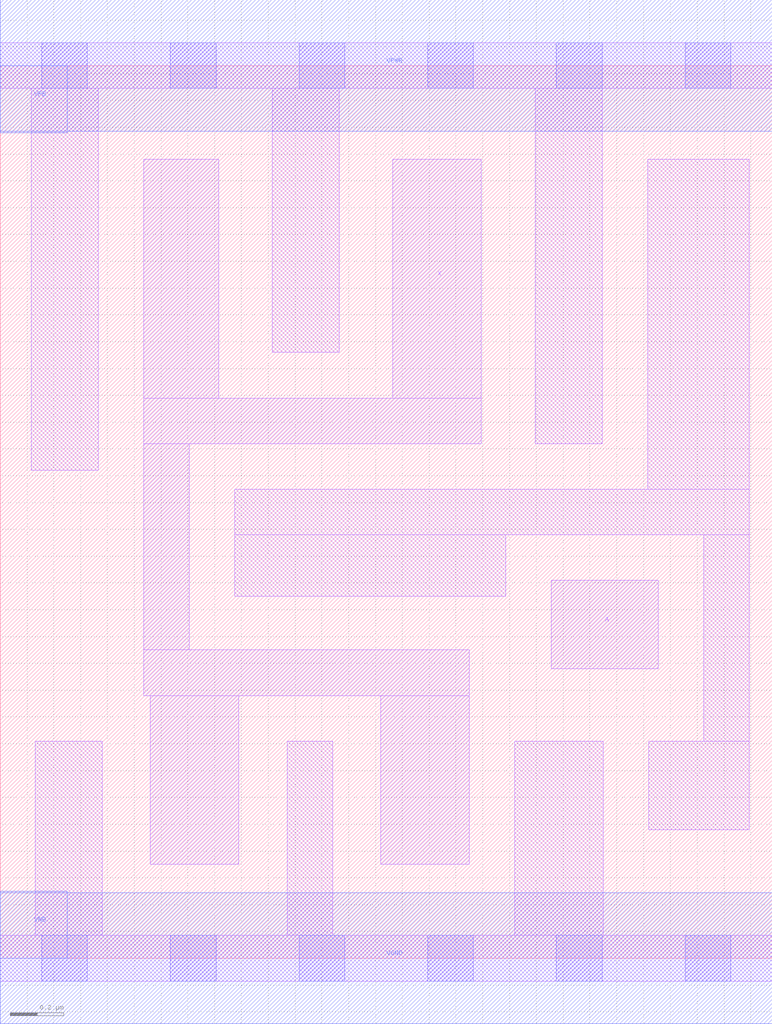
<source format=lef>
# Copyright 2020 The SkyWater PDK Authors
#
# Licensed under the Apache License, Version 2.0 (the "License");
# you may not use this file except in compliance with the License.
# You may obtain a copy of the License at
#
#     https://www.apache.org/licenses/LICENSE-2.0
#
# Unless required by applicable law or agreed to in writing, software
# distributed under the License is distributed on an "AS IS" BASIS,
# WITHOUT WARRANTIES OR CONDITIONS OF ANY KIND, either express or implied.
# See the License for the specific language governing permissions and
# limitations under the License.
#
# SPDX-License-Identifier: Apache-2.0

VERSION 5.5 ;
NAMESCASESENSITIVE ON ;
BUSBITCHARS "[]" ;
DIVIDERCHAR "/" ;
MACRO sky130_fd_sc_ms__clkbuf_4
  CLASS CORE ;
  SOURCE USER ;
  ORIGIN  0.000000  0.000000 ;
  SIZE  2.880000 BY  3.330000 ;
  SYMMETRY X Y ;
  SITE unit ;
  PIN A
    ANTENNAGATEAREA  0.231000 ;
    DIRECTION INPUT ;
    USE SIGNAL ;
    PORT
      LAYER li1 ;
        RECT 2.055000 1.080000 2.455000 1.410000 ;
    END
  END A
  PIN X
    ANTENNADIFFAREA  0.924000 ;
    DIRECTION OUTPUT ;
    USE SIGNAL ;
    PORT
      LAYER li1 ;
        RECT 0.535000 0.980000 1.750000 1.150000 ;
        RECT 0.535000 1.150000 0.705000 1.920000 ;
        RECT 0.535000 1.920000 1.795000 2.090000 ;
        RECT 0.535000 2.090000 0.815000 2.980000 ;
        RECT 0.560000 0.350000 0.890000 0.980000 ;
        RECT 1.420000 0.350000 1.750000 0.980000 ;
        RECT 1.465000 2.090000 1.795000 2.980000 ;
    END
  END X
  PIN VGND
    DIRECTION INOUT ;
    USE GROUND ;
    PORT
      LAYER met1 ;
        RECT 0.000000 -0.245000 2.880000 0.245000 ;
    END
  END VGND
  PIN VNB
    DIRECTION INOUT ;
    USE GROUND ;
    PORT
      LAYER met1 ;
        RECT 0.000000 0.000000 0.250000 0.250000 ;
    END
  END VNB
  PIN VPB
    DIRECTION INOUT ;
    USE POWER ;
    PORT
      LAYER met1 ;
        RECT 0.000000 3.080000 0.250000 3.330000 ;
    END
  END VPB
  PIN VPWR
    DIRECTION INOUT ;
    USE POWER ;
    PORT
      LAYER met1 ;
        RECT 0.000000 3.085000 2.880000 3.575000 ;
    END
  END VPWR
  OBS
    LAYER li1 ;
      RECT 0.000000 -0.085000 2.880000 0.085000 ;
      RECT 0.000000  3.245000 2.880000 3.415000 ;
      RECT 0.115000  1.820000 0.365000 3.245000 ;
      RECT 0.130000  0.085000 0.380000 0.810000 ;
      RECT 0.875000  1.350000 1.885000 1.580000 ;
      RECT 0.875000  1.580000 2.795000 1.750000 ;
      RECT 1.015000  2.260000 1.265000 3.245000 ;
      RECT 1.070000  0.085000 1.240000 0.810000 ;
      RECT 1.920000  0.085000 2.250000 0.810000 ;
      RECT 1.995000  1.920000 2.245000 3.245000 ;
      RECT 2.415000  1.750000 2.795000 2.980000 ;
      RECT 2.420000  0.480000 2.795000 0.810000 ;
      RECT 2.625000  0.810000 2.795000 1.580000 ;
    LAYER mcon ;
      RECT 0.155000 -0.085000 0.325000 0.085000 ;
      RECT 0.155000  3.245000 0.325000 3.415000 ;
      RECT 0.635000 -0.085000 0.805000 0.085000 ;
      RECT 0.635000  3.245000 0.805000 3.415000 ;
      RECT 1.115000 -0.085000 1.285000 0.085000 ;
      RECT 1.115000  3.245000 1.285000 3.415000 ;
      RECT 1.595000 -0.085000 1.765000 0.085000 ;
      RECT 1.595000  3.245000 1.765000 3.415000 ;
      RECT 2.075000 -0.085000 2.245000 0.085000 ;
      RECT 2.075000  3.245000 2.245000 3.415000 ;
      RECT 2.555000 -0.085000 2.725000 0.085000 ;
      RECT 2.555000  3.245000 2.725000 3.415000 ;
  END
END sky130_fd_sc_ms__clkbuf_4
END LIBRARY

</source>
